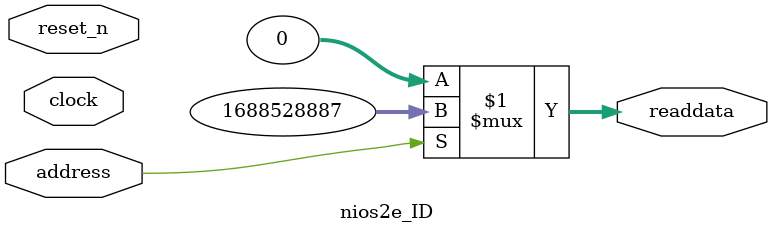
<source format=v>



// synthesis translate_off
`timescale 1ns / 1ps
// synthesis translate_on

// turn off superfluous verilog processor warnings 
// altera message_level Level1 
// altera message_off 10034 10035 10036 10037 10230 10240 10030 

module nios2e_ID (
               // inputs:
                address,
                clock,
                reset_n,

               // outputs:
                readdata
             )
;

  output  [ 31: 0] readdata;
  input            address;
  input            clock;
  input            reset_n;

  wire    [ 31: 0] readdata;
  //control_slave, which is an e_avalon_slave
  assign readdata = address ? 1688528887 : 0;

endmodule



</source>
